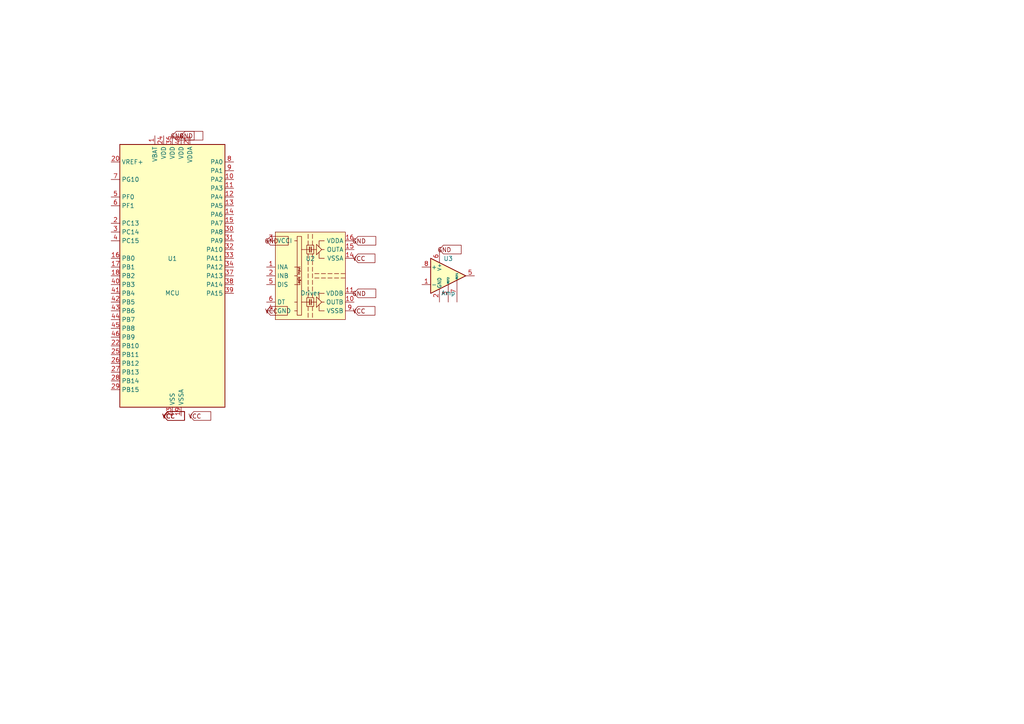
<source format=kicad_sch>
(kicad_sch (version 20231120) (generator "nexus_ee_design")
  (paper "A4")
  (lib_symbols
    (symbol "STM32G431CBTxZ"
      (property "Reference" "U" (at -15.24 39.37 0))
      (property "Value" "STM32G431CBTxZ" (at 7.62 39.37 0))
      (symbol "STM32G431CBTxZ_0_1"
        (rectangle (start -15.24 -38.1) (end 15.24 38.1) (stroke (width 0.254)) (fill (type background)))
      )
      (symbol "STM32G431CBTxZ_1_1"
        (pin input line (at -17.78 33.02 0) (length 2.54) (name "VREF+") (number "20"))
        (pin bidirectional line (at -17.78 27.94 0) (length 2.54) (name "PG10") (number "7"))
        (pin bidirectional line (at -17.78 22.86 0) (length 2.54) (name "PF0") (number "5"))
        (pin bidirectional line (at -17.78 20.32 0) (length 2.54) (name "PF1") (number "6"))
        (pin bidirectional line (at -17.78 15.24 0) (length 2.54) (name "PC13") (number "2"))
        (pin bidirectional line (at -17.78 12.7 0) (length 2.54) (name "PC14") (number "3"))
        (pin bidirectional line (at -17.78 10.16 0) (length 2.54) (name "PC15") (number "4"))
        (pin bidirectional line (at -17.78 5.08 0) (length 2.54) (name "PB0") (number "16"))
        (pin bidirectional line (at -17.78 2.54 0) (length 2.54) (name "PB1") (number "17"))
        (pin bidirectional line (at -17.78 0 0) (length 2.54) (name "PB2") (number "18"))
        (pin bidirectional line (at -17.78 -2.54 0) (length 2.54) (name "PB3") (number "40"))
        (pin bidirectional line (at -17.78 -5.08 0) (length 2.54) (name "PB4") (number "41"))
        (pin bidirectional line (at -17.78 -7.62 0) (length 2.54) (name "PB5") (number "42"))
        (pin bidirectional line (at -17.78 -10.16 0) (length 2.54) (name "PB6") (number "43"))
        (pin bidirectional line (at -17.78 -12.7 0) (length 2.54) (name "PB7") (number "44"))
        (pin bidirectional line (at -17.78 -15.24 0) (length 2.54) (name "PB8") (number "45"))
        (pin bidirectional line (at -17.78 -17.78 0) (length 2.54) (name "PB9") (number "46"))
        (pin bidirectional line (at -17.78 -20.32 0) (length 2.54) (name "PB10") (number "22"))
        (pin bidirectional line (at -17.78 -22.86 0) (length 2.54) (name "PB11") (number "25"))
        (pin bidirectional line (at -17.78 -25.4 0) (length 2.54) (name "PB12") (number "26"))
        (pin bidirectional line (at -17.78 -27.94 0) (length 2.54) (name "PB13") (number "27"))
        (pin bidirectional line (at -17.78 -30.48 0) (length 2.54) (name "PB14") (number "28"))
        (pin bidirectional line (at -17.78 -33.02 0) (length 2.54) (name "PB15") (number "29"))
        (pin power_in line (at -5.08 40.64 270) (length 2.54) (name "VBAT") (number "1"))
        (pin power_in line (at -2.54 40.64 270) (length 2.54) (name "VDD") (number "24"))
        (pin power_in line (at 0 40.64 270) (length 2.54) (name "VDD") (number "36"))
        (pin power_in line (at 0 -40.64 90) (length 2.54) (name "VSS") (number "23"))
        (pin passive line (at 0 -40.64 90) (length 2.54) (hide yes) (name "VSS") (number "35"))
        (pin passive line (at 0 -40.64 90) (length 2.54) (hide yes) (name "VSS") (number "47"))
        (pin power_in line (at 2.54 40.64 270) (length 2.54) (name "VDD") (number "48"))
        (pin power_in line (at 2.54 -40.64 90) (length 2.54) (name "VSSA") (number "19"))
        (pin power_in line (at 5.08 40.64 270) (length 2.54) (name "VDDA") (number "21"))
        (pin bidirectional line (at 17.78 33.02 180) (length 2.54) (name "PA0") (number "8"))
        (pin bidirectional line (at 17.78 30.48 180) (length 2.54) (name "PA1") (number "9"))
        (pin bidirectional line (at 17.78 27.94 180) (length 2.54) (name "PA2") (number "10"))
        (pin bidirectional line (at 17.78 25.4 180) (length 2.54) (name "PA3") (number "11"))
        (pin bidirectional line (at 17.78 22.86 180) (length 2.54) (name "PA4") (number "12"))
        (pin bidirectional line (at 17.78 20.32 180) (length 2.54) (name "PA5") (number "13"))
        (pin bidirectional line (at 17.78 17.78 180) (length 2.54) (name "PA6") (number "14"))
        (pin bidirectional line (at 17.78 15.24 180) (length 2.54) (name "PA7") (number "15"))
        (pin bidirectional line (at 17.78 12.7 180) (length 2.54) (name "PA8") (number "30"))
        (pin bidirectional line (at 17.78 10.16 180) (length 2.54) (name "PA9") (number "31"))
        (pin bidirectional line (at 17.78 7.62 180) (length 2.54) (name "PA10") (number "32"))
        (pin bidirectional line (at 17.78 5.08 180) (length 2.54) (name "PA11") (number "33"))
        (pin bidirectional line (at 17.78 2.54 180) (length 2.54) (name "PA12") (number "34"))
        (pin bidirectional line (at 17.78 0 180) (length 2.54) (name "PA13") (number "37"))
        (pin bidirectional line (at 17.78 -2.54 180) (length 2.54) (name "PA14") (number "38"))
        (pin bidirectional line (at 17.78 -5.08 180) (length 2.54) (name "PA15") (number "39"))
      )
    )
    (symbol "UCC21520DW"
      (property "Reference" "U" (at 0 16.51 0))
      (property "Value" "UCC21520DW" (at 0 13.97 0))
      (symbol "UCC21520DW_0_0"
        (polyline (pts (xy -0.635 12.065) (xy -0.635 10.795)))
        (polyline (pts (xy -0.635 10.16) (xy -0.635 8.89)))
        (polyline (pts (xy -0.635 6.35) (xy -0.635 5.08)))
        (polyline (pts (xy -0.254 8.382) (xy -0.254 6.858)) (stroke (width 0.254)))
        (polyline (pts (xy -0.254 7.62) (xy -2.54 7.62)))
        (polyline (pts (xy -0.254 -6.858) (xy -0.254 -8.382)) (stroke (width 0.254)))
        (polyline (pts (xy -0.254 -7.62) (xy -2.54 -7.62)))
        (polyline (pts (xy 0.254 8.382) (xy 0.254 6.858)) (stroke (width 0.254)))
        (polyline (pts (xy 0.254 7.62) (xy 1.778 7.62)))
        (polyline (pts (xy 0.254 -6.858) (xy 0.254 -8.382)) (stroke (width 0.254)))
        (polyline (pts (xy 0.254 -7.62) (xy 1.778 -7.62)))
        (polyline (pts (xy 0.635 10.795) (xy 0.635 12.065)))
        (polyline (pts (xy 0.635 8.89) (xy 0.635 10.16)))
        (polyline (pts (xy 0.635 6.35) (xy 0.635 5.08)))
        (rectangle (start 1.016 8.89) (end -1.016 6.35))
        (rectangle (start 1.016 -6.35) (end -1.016 -8.89))
        (polyline (pts (xy 2.54 0.635) (xy 1.27 0.635)))
        (polyline (pts (xy 2.54 -0.635) (xy 1.27 -0.635)))
        (polyline (pts (xy 3.302 7.62) (xy 1.778 6.096) (xy 1.778 9.144) (xy 3.302 7.62)))
        (polyline (pts (xy 3.302 -7.62) (xy 1.778 -9.144) (xy 1.778 -6.096) (xy 3.302 -7.62)))
        (polyline (pts (xy 4.064 10.16) (xy 2.54 10.16) (xy 2.54 8.382)))
        (polyline (pts (xy 4.064 7.62) (xy 3.302 7.62)))
        (polyline (pts (xy 4.064 5.08) (xy 2.54 5.08) (xy 2.54 6.858)))
        (polyline (pts (xy 4.064 -5.08) (xy 2.54 -5.08) (xy 2.54 -6.858)))
        (polyline (pts (xy 4.064 -7.62) (xy 3.302 -7.62)))
        (polyline (pts (xy 4.064 -10.16) (xy 2.54 -10.16) (xy 2.54 -8.382)))
        (polyline (pts (xy 4.445 0.635) (xy 3.175 0.635)))
        (polyline (pts (xy 4.445 -0.635) (xy 3.175 -0.635)))
        (polyline (pts (xy 6.35 0.635) (xy 5.08 0.635)))
        (polyline (pts (xy 6.35 -0.635) (xy 5.08 -0.635)))
        (polyline (pts (xy 8.255 0.635) (xy 6.985 0.635)))
        (polyline (pts (xy 8.255 -0.635) (xy 6.985 -0.635)))
        (polyline (pts (xy 10.16 0.635) (xy 8.89 0.635)))
        (polyline (pts (xy 10.16 -0.635) (xy 8.89 -0.635)))
        (text "Logic Input" (at -3.302 0 900) (effects (font (size 0.635 0.635))))
      )
      (symbol "UCC21520DW_0_1"
        (rectangle (start -3.81 11.43) (end -2.54 -11.43))
        (polyline (pts (xy -3.81 10.16) (xy -4.572 10.16)))
        (polyline (pts (xy -3.81 2.54) (xy -4.572 2.54)))
        (polyline (pts (xy -3.81 0) (xy -4.572 0)))
        (polyline (pts (xy -3.81 -2.54) (xy -4.572 -2.54)))
        (polyline (pts (xy -3.81 -7.62) (xy -4.572 -7.62)))
        (polyline (pts (xy -3.81 -10.16) (xy -4.572 -10.16)))
        (polyline (pts (xy -0.635 4.445) (xy -0.635 3.175)))
        (polyline (pts (xy -0.635 2.54) (xy -0.635 1.27)))
        (polyline (pts (xy -0.635 0.635) (xy -0.635 -0.635)))
        (polyline (pts (xy -0.635 -1.27) (xy -0.635 -2.54)))
        (polyline (pts (xy -0.635 -3.175) (xy -0.635 -4.445)))
        (polyline (pts (xy -0.635 -5.08) (xy -0.635 -6.35)))
        (polyline (pts (xy -0.635 -8.89) (xy -0.635 -10.16)))
        (polyline (pts (xy -0.635 -10.795) (xy -0.635 -12.065)))
        (polyline (pts (xy 0.635 4.445) (xy 0.635 3.175)))
        (polyline (pts (xy 0.635 2.54) (xy 0.635 1.27)))
        (polyline (pts (xy 0.635 0.635) (xy 0.635 -0.635)))
        (polyline (pts (xy 0.635 -1.27) (xy 0.635 -2.54)))
        (polyline (pts (xy 0.635 -3.175) (xy 0.635 -4.445)))
        (polyline (pts (xy 0.635 -5.08) (xy 0.635 -6.35)))
        (polyline (pts (xy 0.635 -8.89) (xy 0.635 -10.16)))
        (polyline (pts (xy 0.635 -10.795) (xy 0.635 -12.065)))
        (rectangle (start 10.16 12.7) (end -10.16 -12.7) (fill (type background)))
      )
      (symbol "UCC21520DW_1_1"
        (pin power_in line (at -12.7 10.16 0) (length 2.54) (name "VCCI") (number "3"))
        (pin passive line (at -12.7 10.16 0) (length 2.54) (hide yes) (name "VCCI") (number "8"))
        (pin input line (at -12.7 2.54 0) (length 2.54) (name "INA") (number "1"))
        (pin input line (at -12.7 0 0) (length 2.54) (name "INB") (number "2"))
        (pin input line (at -12.7 -2.54 0) (length 2.54) (name "DIS") (number "5"))
        (pin passive line (at -12.7 -7.62 0) (length 2.54) (name "DT") (number "6"))
        (pin power_in line (at -12.7 -10.16 0) (length 2.54) (name "GND") (number "4"))
        (pin no_connect line (at -10.16 -5.08 0) (length 2.54) (hide yes) (name "NC") (number "7"))
        (pin no_connect line (at 10.16 2.54 180) (length 2.54) (hide yes) (name "NC") (number "13"))
        (pin no_connect line (at 10.16 -2.54 180) (length 2.54) (hide yes) (name "NC") (number "12"))
        (pin power_in line (at 12.7 10.16 180) (length 2.54) (name "VDDA") (number "16"))
        (pin output line (at 12.7 7.62 180) (length 2.54) (name "OUTA") (number "15"))
        (pin power_in line (at 12.7 5.08 180) (length 2.54) (name "VSSA") (number "14"))
        (pin power_in line (at 12.7 -5.08 180) (length 2.54) (name "VDDB") (number "11"))
        (pin output line (at 12.7 -7.62 180) (length 2.54) (name "OUTB") (number "10"))
        (pin power_in line (at 12.7 -10.16 180) (length 2.54) (name "VSSB") (number "9"))
      )
    )
    (symbol "INA240A1D" (pin_names (offset 0.127))
      (property "Reference" "U" (at 3.81 3.81 0))
      (property "Value" "INA240A1D" (at 3.81 -2.54 0))
      (symbol "INA240A1D_0_1"
        (polyline (pts (xy 5.08 0) (xy -5.08 5.08) (xy -5.08 -5.08) (xy 5.08 0)) (stroke (width 0.254)) (fill (type background)))
      )
      (symbol "INA240A1D_1_1"
        (pin input line (at -7.62 2.54 0) (length 2.54) (name "+") (number "8"))
        (pin input line (at -7.62 -2.54 0) (length 2.54) (name "-") (number "1"))
        (pin power_in line (at -2.54 7.62 270) (length 3.81) (name "V+") (number "6"))
        (pin power_in line (at -2.54 -7.62 90) (length 3.81) (name "GND") (number "2"))
        (pin passive line (at -2.54 -7.62 90) (length 3.81) (hide yes) (name "GND") (number "4"))
        (pin passive line (at 0 -7.62 90) (length 5.08) (name "REF2") (number "3"))
        (pin passive line (at 2.54 -7.62 90) (length 6.35) (name "REF1") (number "7"))
        (pin output line (at 7.62 0 180) (length 2.54) (name "~") (number "5"))
      )
    )
  )
  (symbol (lib_id "STM32G431CBTxZ") (at 50.0 80.0 0) (unit 1)
    (property "Reference" "U1" (at 50.0 75.0 0))
    (property "Value" "MCU" (at 50.0 85.0 0))
  )
  (symbol (lib_id "UCC21520DW") (at 90.0 80.0 0) (unit 1)
    (property "Reference" "U2" (at 90.0 75.0 0))
    (property "Value" "Driver" (at 90.0 85.0 0))
  )
  (symbol (lib_id "INA240A1D") (at 130.0 80.0 0) (unit 1)
    (property "Reference" "U3" (at 130.0 75.0 0))
    (property "Value" "Amp" (at 130.0 85.0 0))
  )
  (global_label "VCC" (shape input) (at 47.46 120.64 0))
  (global_label "VCC" (shape input) (at 47.46 120.64 0))
  (global_label "GND" (shape input) (at 50.0 39.36 0))
  (global_label "VCC" (shape input) (at 47.46 120.64 0))
  (global_label "GND" (shape input) (at 52.54 39.36 0))
  (global_label "VCC" (shape input) (at 55.08 120.64 0))
  (global_label "VCC" (shape input) (at 77.3 90.16 0))
  (global_label "GND" (shape input) (at 77.3 69.84 0))
  (global_label "VCC" (shape input) (at 102.7 90.16 0))
  (global_label "GND" (shape input) (at 102.7 85.08 0))
  (global_label "VCC" (shape input) (at 102.7 74.92 0))
  (global_label "GND" (shape input) (at 102.7 69.84 0))
  (global_label "GND" (shape input) (at 127.46 72.38 0))
)
</source>
